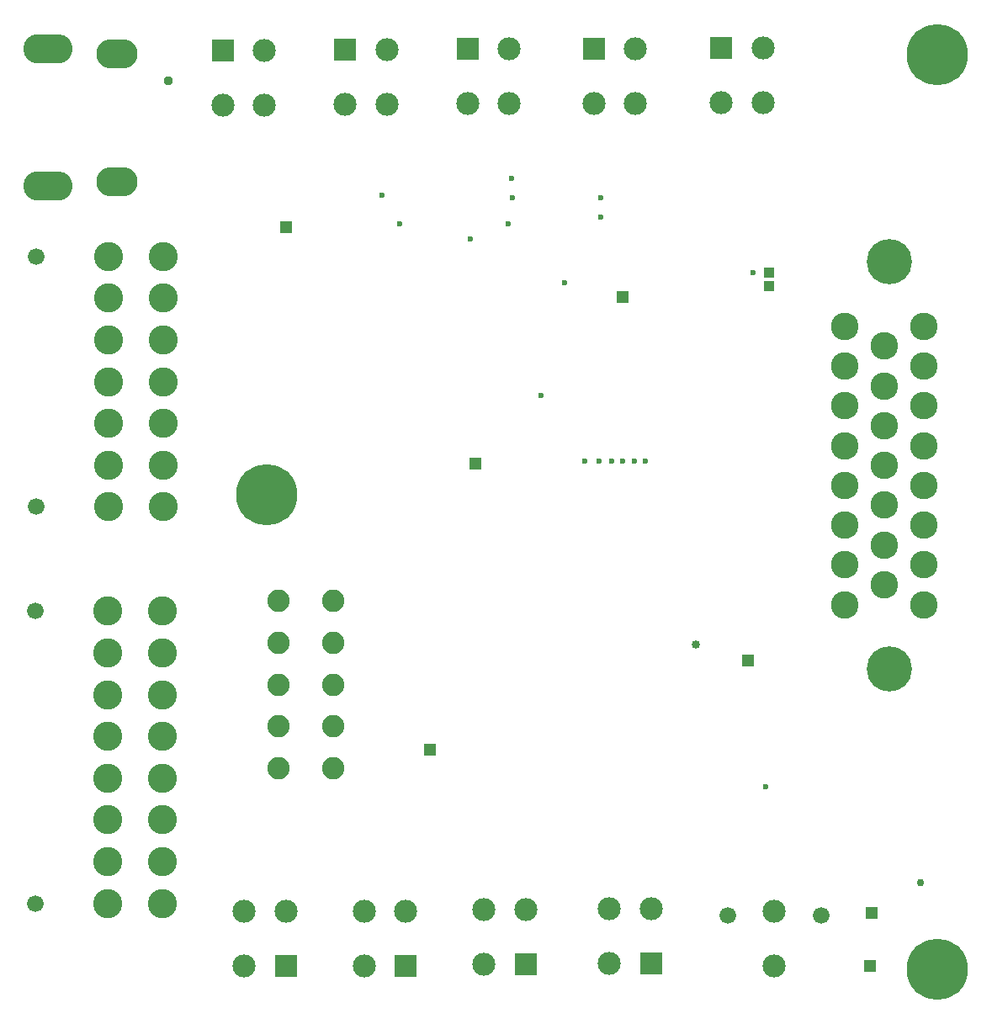
<source format=gbs>
G04*
G04 #@! TF.GenerationSoftware,Altium Limited,Altium Designer,21.0.9 (235)*
G04*
G04 Layer_Color=16711935*
%FSLAX25Y25*%
%MOIN*%
G70*
G04*
G04 #@! TF.SameCoordinates,91F4C2CD-C4D8-4C02-87E3-D191CECDD99B*
G04*
G04*
G04 #@! TF.FilePolarity,Negative*
G04*
G01*
G75*
%ADD42R,0.04331X0.03937*%
%ADD50C,0.09153*%
%ADD51R,0.09153X0.09153*%
%ADD52C,0.24213*%
%ADD53R,0.04921X0.04921*%
%ADD54C,0.06594*%
%ADD55C,0.11516*%
%ADD56C,0.10925*%
%ADD57C,0.17894*%
%ADD58C,0.08858*%
%ADD59O,0.16339X0.11614*%
%ADD60O,0.19488X0.11614*%
%ADD61C,0.02362*%
%ADD62C,0.02953*%
%ADD63C,0.03740*%
%ADD64C,0.03347*%
D42*
X299500Y286441D02*
D03*
Y291559D02*
D03*
D50*
X236000Y39500D02*
D03*
Y17846D02*
D03*
X252535Y39500D02*
D03*
X186500Y39154D02*
D03*
Y17500D02*
D03*
X203035Y39154D02*
D03*
X138965Y38653D02*
D03*
Y17000D02*
D03*
X155500Y38653D02*
D03*
X91500D02*
D03*
Y17000D02*
D03*
X108035Y38653D02*
D03*
X301500D02*
D03*
Y17000D02*
D03*
X99500Y358000D02*
D03*
Y379654D02*
D03*
X82965Y358000D02*
D03*
X148000Y358347D02*
D03*
Y380000D02*
D03*
X131465Y358347D02*
D03*
X196500Y358500D02*
D03*
Y380153D02*
D03*
X179965Y358500D02*
D03*
X246500D02*
D03*
Y380153D02*
D03*
X229965Y358500D02*
D03*
X297035Y359000D02*
D03*
Y380654D02*
D03*
X280500Y359000D02*
D03*
D51*
X252535Y17846D02*
D03*
X203035Y17500D02*
D03*
X155500Y17000D02*
D03*
X108035D02*
D03*
X82965Y379654D02*
D03*
X131465Y380000D02*
D03*
X179965Y380153D02*
D03*
X229965D02*
D03*
X280500Y380654D02*
D03*
D52*
X100500Y203500D02*
D03*
X366142Y15748D02*
D03*
Y377953D02*
D03*
D53*
X241500Y282000D02*
D03*
X291000Y138000D02*
D03*
X183000Y216000D02*
D03*
X339500Y17000D02*
D03*
X108000Y309500D02*
D03*
X165000Y102500D02*
D03*
X340000Y38000D02*
D03*
D54*
X320004Y36843D02*
D03*
X282996D02*
D03*
X9106Y198823D02*
D03*
Y298035D02*
D03*
X8563Y41749D02*
D03*
Y157497D02*
D03*
D55*
X37846Y198823D02*
D03*
Y215358D02*
D03*
Y231894D02*
D03*
Y248429D02*
D03*
Y264965D02*
D03*
Y281500D02*
D03*
Y298035D02*
D03*
X59500Y198823D02*
D03*
Y215358D02*
D03*
Y231894D02*
D03*
Y248429D02*
D03*
Y264965D02*
D03*
Y281500D02*
D03*
Y298035D02*
D03*
X58957Y157497D02*
D03*
Y140961D02*
D03*
Y124426D02*
D03*
Y107890D02*
D03*
Y91355D02*
D03*
Y74819D02*
D03*
Y58284D02*
D03*
Y41749D02*
D03*
X37303Y157497D02*
D03*
Y140961D02*
D03*
Y124426D02*
D03*
Y107890D02*
D03*
Y91355D02*
D03*
Y74819D02*
D03*
Y58284D02*
D03*
Y41749D02*
D03*
D56*
X329252Y160138D02*
D03*
Y175886D02*
D03*
Y191634D02*
D03*
Y207382D02*
D03*
Y223130D02*
D03*
Y238878D02*
D03*
Y254626D02*
D03*
Y270374D02*
D03*
X345000Y168012D02*
D03*
Y183760D02*
D03*
Y199508D02*
D03*
Y215256D02*
D03*
Y231004D02*
D03*
Y246752D02*
D03*
Y262500D02*
D03*
X360748Y160138D02*
D03*
Y175886D02*
D03*
Y191634D02*
D03*
Y207382D02*
D03*
Y223130D02*
D03*
Y238878D02*
D03*
Y254626D02*
D03*
Y270374D02*
D03*
D57*
X346969Y134547D02*
D03*
Y295965D02*
D03*
D58*
X126537Y161500D02*
D03*
Y144965D02*
D03*
Y128429D02*
D03*
Y111894D02*
D03*
Y95358D02*
D03*
X104884Y161500D02*
D03*
Y144965D02*
D03*
Y128429D02*
D03*
Y111894D02*
D03*
Y95358D02*
D03*
D59*
X41000Y378394D02*
D03*
Y327606D02*
D03*
D60*
X13795Y380165D02*
D03*
Y325835D02*
D03*
D61*
X146074Y322426D02*
D03*
X195969Y310961D02*
D03*
X153061Y310939D02*
D03*
X232000Y217000D02*
D03*
X226500D02*
D03*
X250500D02*
D03*
X246000D02*
D03*
X241500D02*
D03*
X237000D02*
D03*
X298000Y88000D02*
D03*
X209000Y243000D02*
D03*
X232663Y313663D02*
D03*
X181000Y305000D02*
D03*
X218500Y287500D02*
D03*
X293000Y291500D02*
D03*
X197661Y321339D02*
D03*
X232663Y321337D02*
D03*
X197500Y329000D02*
D03*
D62*
X359293Y50106D02*
D03*
D63*
X61500Y367500D02*
D03*
D64*
X270342Y144443D02*
D03*
M02*

</source>
